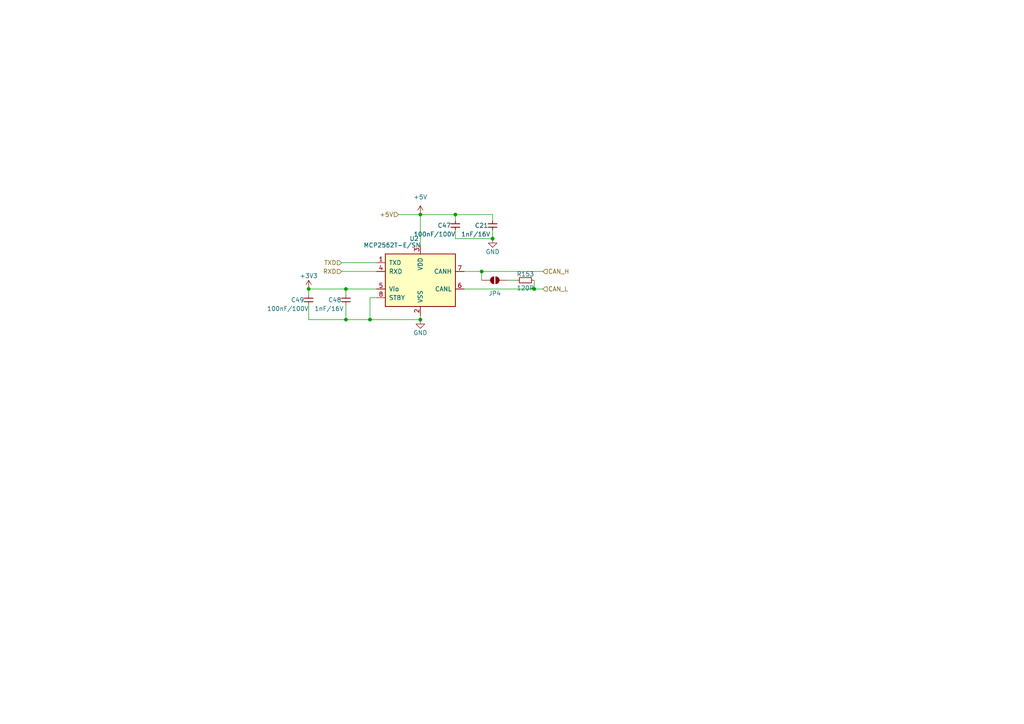
<source format=kicad_sch>
(kicad_sch
	(version 20250114)
	(generator "eeschema")
	(generator_version "9.0")
	(uuid "54d99f00-ccf1-47ca-82dc-6abcb3aa298d")
	(paper "A4")
	(title_block
		(date "2023-10-19")
		(rev "V0.1")
		(company "teTra")
	)
	(lib_symbols
		(symbol "Library:+3.3V-power-BMS-Master-rescue"
			(power)
			(pin_names
				(offset 0)
			)
			(exclude_from_sim no)
			(in_bom yes)
			(on_board yes)
			(property "Reference" "#PWR"
				(at 0 -3.81 0)
				(effects
					(font
						(size 1.27 1.27)
					)
					(hide yes)
				)
			)
			(property "Value" "+3.3V-power-BMS-Master-rescue"
				(at 0 3.556 0)
				(effects
					(font
						(size 1.27 1.27)
					)
				)
			)
			(property "Footprint" ""
				(at 0 0 0)
				(effects
					(font
						(size 1.27 1.27)
					)
					(hide yes)
				)
			)
			(property "Datasheet" ""
				(at 0 0 0)
				(effects
					(font
						(size 1.27 1.27)
					)
					(hide yes)
				)
			)
			(property "Description" ""
				(at 0 0 0)
				(effects
					(font
						(size 1.27 1.27)
					)
					(hide yes)
				)
			)
			(symbol "+3.3V-power-BMS-Master-rescue_0_1"
				(polyline
					(pts
						(xy -0.762 1.27) (xy 0 2.54)
					)
					(stroke
						(width 0)
						(type solid)
					)
					(fill
						(type none)
					)
				)
				(polyline
					(pts
						(xy 0 2.54) (xy 0.762 1.27)
					)
					(stroke
						(width 0)
						(type solid)
					)
					(fill
						(type none)
					)
				)
				(polyline
					(pts
						(xy 0 0) (xy 0 2.54)
					)
					(stroke
						(width 0)
						(type solid)
					)
					(fill
						(type none)
					)
				)
			)
			(symbol "+3.3V-power-BMS-Master-rescue_1_1"
				(pin power_in line
					(at 0 0 90)
					(length 0)
					(hide yes)
					(name "+3V3"
						(effects
							(font
								(size 1.27 1.27)
							)
						)
					)
					(number "1"
						(effects
							(font
								(size 1.27 1.27)
							)
						)
					)
				)
			)
			(embedded_fonts no)
		)
		(symbol "Library:+5V"
			(power)
			(pin_names
				(offset 0)
			)
			(exclude_from_sim no)
			(in_bom yes)
			(on_board yes)
			(property "Reference" "#PWR"
				(at 0 -3.81 0)
				(effects
					(font
						(size 1.27 1.27)
					)
					(hide yes)
				)
			)
			(property "Value" "+5V"
				(at 0 3.556 0)
				(effects
					(font
						(size 1.27 1.27)
					)
				)
			)
			(property "Footprint" ""
				(at 0 0 0)
				(effects
					(font
						(size 1.27 1.27)
					)
					(hide yes)
				)
			)
			(property "Datasheet" ""
				(at 0 0 0)
				(effects
					(font
						(size 1.27 1.27)
					)
					(hide yes)
				)
			)
			(property "Description" "Power symbol creates a global label with name \"+5V\""
				(at 0 0 0)
				(effects
					(font
						(size 1.27 1.27)
					)
					(hide yes)
				)
			)
			(property "ki_keywords" "global power"
				(at 0 0 0)
				(effects
					(font
						(size 1.27 1.27)
					)
					(hide yes)
				)
			)
			(symbol "+5V_0_1"
				(polyline
					(pts
						(xy -0.762 1.27) (xy 0 2.54)
					)
					(stroke
						(width 0)
						(type default)
					)
					(fill
						(type none)
					)
				)
				(polyline
					(pts
						(xy 0 2.54) (xy 0.762 1.27)
					)
					(stroke
						(width 0)
						(type default)
					)
					(fill
						(type none)
					)
				)
				(polyline
					(pts
						(xy 0 0) (xy 0 2.54)
					)
					(stroke
						(width 0)
						(type default)
					)
					(fill
						(type none)
					)
				)
			)
			(symbol "+5V_1_1"
				(pin power_in line
					(at 0 0 90)
					(length 0)
					(hide yes)
					(name "+5V"
						(effects
							(font
								(size 1.27 1.27)
							)
						)
					)
					(number "1"
						(effects
							(font
								(size 1.27 1.27)
							)
						)
					)
				)
			)
			(embedded_fonts no)
		)
		(symbol "Library:C"
			(pin_numbers
				(hide yes)
			)
			(pin_names
				(offset 0.254)
			)
			(exclude_from_sim no)
			(in_bom yes)
			(on_board yes)
			(property "Reference" "C"
				(at 0.635 2.54 0)
				(effects
					(font
						(size 1.27 1.27)
					)
					(justify left)
				)
			)
			(property "Value" "C"
				(at 0.635 -2.54 0)
				(effects
					(font
						(size 1.27 1.27)
					)
					(justify left)
				)
			)
			(property "Footprint" ""
				(at 0.9652 -3.81 0)
				(effects
					(font
						(size 1.27 1.27)
					)
					(hide yes)
				)
			)
			(property "Datasheet" "~"
				(at 0 0 0)
				(effects
					(font
						(size 1.27 1.27)
					)
					(hide yes)
				)
			)
			(property "Description" "Unpolarized capacitor"
				(at 0 0 0)
				(effects
					(font
						(size 1.27 1.27)
					)
					(hide yes)
				)
			)
			(property "ki_keywords" "cap capacitor"
				(at 0 0 0)
				(effects
					(font
						(size 1.27 1.27)
					)
					(hide yes)
				)
			)
			(property "ki_fp_filters" "C_*"
				(at 0 0 0)
				(effects
					(font
						(size 1.27 1.27)
					)
					(hide yes)
				)
			)
			(symbol "C_1_1"
				(polyline
					(pts
						(xy -1.27 0.508) (xy 1.27 0.508)
					)
					(stroke
						(width 0.254)
						(type default)
					)
					(fill
						(type none)
					)
				)
				(polyline
					(pts
						(xy -1.27 -0.508) (xy 1.27 -0.508)
					)
					(stroke
						(width 0.254)
						(type default)
					)
					(fill
						(type none)
					)
				)
				(pin passive line
					(at 0 1.27 270)
					(length 0.762)
					(name "~"
						(effects
							(font
								(size 1.27 1.27)
							)
						)
					)
					(number "1"
						(effects
							(font
								(size 1.27 1.27)
							)
						)
					)
				)
				(pin passive line
					(at 0 -1.27 90)
					(length 0.762)
					(name "~"
						(effects
							(font
								(size 1.27 1.27)
							)
						)
					)
					(number "2"
						(effects
							(font
								(size 1.27 1.27)
							)
						)
					)
				)
			)
			(embedded_fonts no)
		)
		(symbol "Library:GND"
			(power)
			(pin_names
				(offset 0)
			)
			(exclude_from_sim no)
			(in_bom yes)
			(on_board yes)
			(property "Reference" "#PWR"
				(at 0 -6.35 0)
				(effects
					(font
						(size 1.27 1.27)
					)
					(hide yes)
				)
			)
			(property "Value" "GND"
				(at 0 -3.81 0)
				(effects
					(font
						(size 1.27 1.27)
					)
				)
			)
			(property "Footprint" ""
				(at 0 0 0)
				(effects
					(font
						(size 1.27 1.27)
					)
					(hide yes)
				)
			)
			(property "Datasheet" ""
				(at 0 0 0)
				(effects
					(font
						(size 1.27 1.27)
					)
					(hide yes)
				)
			)
			(property "Description" "Power symbol creates a global label with name \"GND\" , ground"
				(at 0 0 0)
				(effects
					(font
						(size 1.27 1.27)
					)
					(hide yes)
				)
			)
			(property "ki_keywords" "global power"
				(at 0 0 0)
				(effects
					(font
						(size 1.27 1.27)
					)
					(hide yes)
				)
			)
			(symbol "GND_0_1"
				(polyline
					(pts
						(xy 0 0) (xy 0 -1.27) (xy 1.27 -1.27) (xy 0 -2.54) (xy -1.27 -1.27) (xy 0 -1.27)
					)
					(stroke
						(width 0)
						(type default)
					)
					(fill
						(type none)
					)
				)
			)
			(symbol "GND_1_1"
				(pin power_in line
					(at 0 0 270)
					(length 0)
					(hide yes)
					(name "GND"
						(effects
							(font
								(size 1.27 1.27)
							)
						)
					)
					(number "1"
						(effects
							(font
								(size 1.27 1.27)
							)
						)
					)
				)
			)
			(embedded_fonts no)
		)
		(symbol "Library:MCP2562-E-SN"
			(pin_names
				(offset 1.016)
			)
			(exclude_from_sim no)
			(in_bom yes)
			(on_board yes)
			(property "Reference" "U"
				(at -10.16 8.89 0)
				(effects
					(font
						(size 1.27 1.27)
					)
					(justify left)
				)
			)
			(property "Value" "MCP2562-E-SN"
				(at 2.54 8.89 0)
				(effects
					(font
						(size 1.27 1.27)
					)
					(justify left)
				)
			)
			(property "Footprint" "Package_SO:SOIC-8_3.9x4.9mm_P1.27mm"
				(at 0 -12.7 0)
				(effects
					(font
						(size 1.27 1.27)
						(italic yes)
					)
					(hide yes)
				)
			)
			(property "Datasheet" "http://ww1.microchip.com/downloads/en/DeviceDoc/25167A.pdf"
				(at 0 0 0)
				(effects
					(font
						(size 1.27 1.27)
					)
					(hide yes)
				)
			)
			(property "Description" "High-Speed CAN Transceiver, 1Mbps, 5V supply, Vio pin, -40C to +125C, SOIC-8"
				(at 0 0 0)
				(effects
					(font
						(size 1.27 1.27)
					)
					(hide yes)
				)
			)
			(property "ki_keywords" "High-Speed CAN Transceiver"
				(at 0 0 0)
				(effects
					(font
						(size 1.27 1.27)
					)
					(hide yes)
				)
			)
			(property "ki_fp_filters" "SOIC*3.9x4.9mm*P1.27mm*"
				(at 0 0 0)
				(effects
					(font
						(size 1.27 1.27)
					)
					(hide yes)
				)
			)
			(symbol "MCP2562-E-SN_0_1"
				(rectangle
					(start -10.16 7.62)
					(end 10.16 -7.62)
					(stroke
						(width 0.254)
						(type default)
					)
					(fill
						(type background)
					)
				)
			)
			(symbol "MCP2562-E-SN_1_1"
				(pin input line
					(at -12.7 5.08 0)
					(length 2.54)
					(name "TXD"
						(effects
							(font
								(size 1.27 1.27)
							)
						)
					)
					(number "1"
						(effects
							(font
								(size 1.27 1.27)
							)
						)
					)
				)
				(pin output line
					(at -12.7 2.54 0)
					(length 2.54)
					(name "RXD"
						(effects
							(font
								(size 1.27 1.27)
							)
						)
					)
					(number "4"
						(effects
							(font
								(size 1.27 1.27)
							)
						)
					)
				)
				(pin power_in line
					(at -12.7 -2.54 0)
					(length 2.54)
					(name "Vio"
						(effects
							(font
								(size 1.27 1.27)
							)
						)
					)
					(number "5"
						(effects
							(font
								(size 1.27 1.27)
							)
						)
					)
				)
				(pin input line
					(at -12.7 -5.08 0)
					(length 2.54)
					(name "STBY"
						(effects
							(font
								(size 1.27 1.27)
							)
						)
					)
					(number "8"
						(effects
							(font
								(size 1.27 1.27)
							)
						)
					)
				)
				(pin power_in line
					(at 0 10.16 270)
					(length 2.54)
					(name "VDD"
						(effects
							(font
								(size 1.27 1.27)
							)
						)
					)
					(number "3"
						(effects
							(font
								(size 1.27 1.27)
							)
						)
					)
				)
				(pin power_in line
					(at 0 -10.16 90)
					(length 2.54)
					(name "VSS"
						(effects
							(font
								(size 1.27 1.27)
							)
						)
					)
					(number "2"
						(effects
							(font
								(size 1.27 1.27)
							)
						)
					)
				)
				(pin bidirectional line
					(at 12.7 2.54 180)
					(length 2.54)
					(name "CANH"
						(effects
							(font
								(size 1.27 1.27)
							)
						)
					)
					(number "7"
						(effects
							(font
								(size 1.27 1.27)
							)
						)
					)
				)
				(pin bidirectional line
					(at 12.7 -2.54 180)
					(length 2.54)
					(name "CANL"
						(effects
							(font
								(size 1.27 1.27)
							)
						)
					)
					(number "6"
						(effects
							(font
								(size 1.27 1.27)
							)
						)
					)
				)
			)
			(embedded_fonts no)
		)
		(symbol "Library:R_Small"
			(pin_numbers
				(hide yes)
			)
			(pin_names
				(offset 0.254)
				(hide yes)
			)
			(exclude_from_sim no)
			(in_bom yes)
			(on_board yes)
			(property "Reference" "R"
				(at 0.762 0.508 0)
				(effects
					(font
						(size 1.27 1.27)
					)
					(justify left)
				)
			)
			(property "Value" "R_Small"
				(at 0.762 -1.016 0)
				(effects
					(font
						(size 1.27 1.27)
					)
					(justify left)
				)
			)
			(property "Footprint" ""
				(at 0 0 0)
				(effects
					(font
						(size 1.27 1.27)
					)
					(hide yes)
				)
			)
			(property "Datasheet" "~"
				(at 0 0 0)
				(effects
					(font
						(size 1.27 1.27)
					)
					(hide yes)
				)
			)
			(property "Description" "Resistor, small symbol"
				(at 0 0 0)
				(effects
					(font
						(size 1.27 1.27)
					)
					(hide yes)
				)
			)
			(property "ki_keywords" "R resistor"
				(at 0 0 0)
				(effects
					(font
						(size 1.27 1.27)
					)
					(hide yes)
				)
			)
			(property "ki_fp_filters" "R_*"
				(at 0 0 0)
				(effects
					(font
						(size 1.27 1.27)
					)
					(hide yes)
				)
			)
			(symbol "R_Small_0_1"
				(rectangle
					(start -0.762 1.778)
					(end 0.762 -1.778)
					(stroke
						(width 0.2032)
						(type default)
					)
					(fill
						(type none)
					)
				)
			)
			(symbol "R_Small_1_1"
				(pin passive line
					(at 0 2.54 270)
					(length 0.762)
					(name "~"
						(effects
							(font
								(size 1.27 1.27)
							)
						)
					)
					(number "1"
						(effects
							(font
								(size 1.27 1.27)
							)
						)
					)
				)
				(pin passive line
					(at 0 -2.54 90)
					(length 0.762)
					(name "~"
						(effects
							(font
								(size 1.27 1.27)
							)
						)
					)
					(number "2"
						(effects
							(font
								(size 1.27 1.27)
							)
						)
					)
				)
			)
			(embedded_fonts no)
		)
		(symbol "Library:SolderJumper_2_Open"
			(pin_numbers
				(hide yes)
			)
			(pin_names
				(offset 0)
				(hide yes)
			)
			(exclude_from_sim yes)
			(in_bom no)
			(on_board yes)
			(property "Reference" "JP"
				(at 0 2.032 0)
				(effects
					(font
						(size 1.27 1.27)
					)
				)
			)
			(property "Value" "SolderJumper_2_Open"
				(at 0 -2.54 0)
				(effects
					(font
						(size 1.27 1.27)
					)
				)
			)
			(property "Footprint" ""
				(at 0 0 0)
				(effects
					(font
						(size 1.27 1.27)
					)
					(hide yes)
				)
			)
			(property "Datasheet" "~"
				(at 0 0 0)
				(effects
					(font
						(size 1.27 1.27)
					)
					(hide yes)
				)
			)
			(property "Description" "Solder Jumper, 2-pole, open"
				(at 0 0 0)
				(effects
					(font
						(size 1.27 1.27)
					)
					(hide yes)
				)
			)
			(property "ki_keywords" "solder jumper SPST"
				(at 0 0 0)
				(effects
					(font
						(size 1.27 1.27)
					)
					(hide yes)
				)
			)
			(property "ki_fp_filters" "SolderJumper*Open*"
				(at 0 0 0)
				(effects
					(font
						(size 1.27 1.27)
					)
					(hide yes)
				)
			)
			(symbol "SolderJumper_2_Open_0_1"
				(polyline
					(pts
						(xy -0.254 1.016) (xy -0.254 -1.016)
					)
					(stroke
						(width 0)
						(type default)
					)
					(fill
						(type none)
					)
				)
				(arc
					(start -0.254 -1.016)
					(mid -1.2656 0)
					(end -0.254 1.016)
					(stroke
						(width 0)
						(type default)
					)
					(fill
						(type none)
					)
				)
				(arc
					(start -0.254 -1.016)
					(mid -1.2656 0)
					(end -0.254 1.016)
					(stroke
						(width 0)
						(type default)
					)
					(fill
						(type outline)
					)
				)
				(arc
					(start 0.254 1.016)
					(mid 1.2656 0)
					(end 0.254 -1.016)
					(stroke
						(width 0)
						(type default)
					)
					(fill
						(type none)
					)
				)
				(arc
					(start 0.254 1.016)
					(mid 1.2656 0)
					(end 0.254 -1.016)
					(stroke
						(width 0)
						(type default)
					)
					(fill
						(type outline)
					)
				)
				(polyline
					(pts
						(xy 0.254 1.016) (xy 0.254 -1.016)
					)
					(stroke
						(width 0)
						(type default)
					)
					(fill
						(type none)
					)
				)
			)
			(symbol "SolderJumper_2_Open_1_1"
				(pin passive line
					(at -3.81 0 0)
					(length 2.54)
					(name "A"
						(effects
							(font
								(size 1.27 1.27)
							)
						)
					)
					(number "1"
						(effects
							(font
								(size 1.27 1.27)
							)
						)
					)
				)
				(pin passive line
					(at 3.81 0 180)
					(length 2.54)
					(name "B"
						(effects
							(font
								(size 1.27 1.27)
							)
						)
					)
					(number "2"
						(effects
							(font
								(size 1.27 1.27)
							)
						)
					)
				)
			)
			(embedded_fonts no)
		)
	)
	(junction
		(at 121.92 62.23)
		(diameter 0)
		(color 0 0 0 0)
		(uuid "1c421020-6033-4f9b-aab8-ae1c32aeb0fe")
	)
	(junction
		(at 139.7 78.74)
		(diameter 0)
		(color 0 0 0 0)
		(uuid "1d35e5d8-7dea-4c57-be31-34163705c004")
	)
	(junction
		(at 100.33 92.71)
		(diameter 0)
		(color 0 0 0 0)
		(uuid "40e55297-1daf-49bc-b8d7-968eab10101e")
	)
	(junction
		(at 89.535 83.82)
		(diameter 0)
		(color 0 0 0 0)
		(uuid "54724f71-cc42-4606-a2eb-603512af6e80")
	)
	(junction
		(at 154.94 83.82)
		(diameter 0)
		(color 0 0 0 0)
		(uuid "5640f3f7-aa84-4f3d-9ad5-c6b1ae424e4b")
	)
	(junction
		(at 100.33 83.82)
		(diameter 0)
		(color 0 0 0 0)
		(uuid "6890b815-cc35-452a-8910-5cf8b14e86f5")
	)
	(junction
		(at 132.08 62.23)
		(diameter 0)
		(color 0 0 0 0)
		(uuid "71bfcb57-1765-46e9-bde1-b00de8b2aac8")
	)
	(junction
		(at 107.315 92.71)
		(diameter 0)
		(color 0 0 0 0)
		(uuid "94abd6c5-676d-4953-8d5a-19bc8e3313b1")
	)
	(junction
		(at 121.92 92.71)
		(diameter 0)
		(color 0 0 0 0)
		(uuid "a51358e7-15da-4f04-a6a1-756aa6f13fda")
	)
	(junction
		(at 142.875 69.215)
		(diameter 0)
		(color 0 0 0 0)
		(uuid "fc36f5b7-9974-4985-926e-1660941963fa")
	)
	(wire
		(pts
			(xy 107.315 86.36) (xy 109.22 86.36)
		)
		(stroke
			(width 0)
			(type default)
		)
		(uuid "026b7e80-1e36-45a4-8075-9a3d9c815e83")
	)
	(wire
		(pts
			(xy 139.7 78.74) (xy 157.48 78.74)
		)
		(stroke
			(width 0)
			(type default)
		)
		(uuid "082e3eca-19e8-4d05-bb5e-ab57bb6001df")
	)
	(wire
		(pts
			(xy 121.92 91.44) (xy 121.92 92.71)
		)
		(stroke
			(width 0)
			(type default)
		)
		(uuid "1a3d97fa-3ad6-4258-a6f4-9672109b51a4")
	)
	(wire
		(pts
			(xy 121.92 62.23) (xy 121.92 71.12)
		)
		(stroke
			(width 0)
			(type default)
		)
		(uuid "1ee51ec2-13fb-4fcf-9edf-76d9f7f83218")
	)
	(wire
		(pts
			(xy 142.875 69.215) (xy 132.08 69.215)
		)
		(stroke
			(width 0)
			(type default)
		)
		(uuid "2b2a7f3f-b2a2-44de-bc9a-aab47da6bd48")
	)
	(wire
		(pts
			(xy 99.06 78.74) (xy 109.22 78.74)
		)
		(stroke
			(width 0)
			(type default)
		)
		(uuid "3af54e30-7acf-4aeb-8e93-29ac7650fbad")
	)
	(wire
		(pts
			(xy 89.535 83.82) (xy 89.535 85.725)
		)
		(stroke
			(width 0)
			(type default)
		)
		(uuid "4a79fd32-df28-417d-87c8-2e1af6181a74")
	)
	(wire
		(pts
			(xy 149.86 81.28) (xy 147.32 81.28)
		)
		(stroke
			(width 0)
			(type default)
		)
		(uuid "4fac883a-25e3-47f7-8154-52bc61356bfa")
	)
	(wire
		(pts
			(xy 100.33 88.265) (xy 100.33 92.71)
		)
		(stroke
			(width 0)
			(type default)
		)
		(uuid "529bb3f3-20ff-4741-a486-b55cdf9648d4")
	)
	(wire
		(pts
			(xy 154.94 83.82) (xy 157.48 83.82)
		)
		(stroke
			(width 0)
			(type default)
		)
		(uuid "615aebec-ec12-4f72-9986-33d7812fcb97")
	)
	(wire
		(pts
			(xy 115.57 62.23) (xy 121.92 62.23)
		)
		(stroke
			(width 0)
			(type default)
		)
		(uuid "770a934b-be18-4ec3-8b26-c923dd4ce5e8")
	)
	(wire
		(pts
			(xy 134.62 83.82) (xy 154.94 83.82)
		)
		(stroke
			(width 0)
			(type default)
		)
		(uuid "79be0584-7945-45f7-869f-18fdcaecbe10")
	)
	(wire
		(pts
			(xy 132.08 62.23) (xy 142.875 62.23)
		)
		(stroke
			(width 0)
			(type default)
		)
		(uuid "892e10ba-5f29-4dfc-952c-0a9c2dc2cc8f")
	)
	(wire
		(pts
			(xy 132.08 66.675) (xy 132.08 69.215)
		)
		(stroke
			(width 0)
			(type default)
		)
		(uuid "89c1a1cb-3e52-44be-a817-fd14b5cc34d1")
	)
	(wire
		(pts
			(xy 89.535 88.265) (xy 89.535 92.71)
		)
		(stroke
			(width 0)
			(type default)
		)
		(uuid "8b112ac2-e2a7-4403-9609-37d63dc13bdb")
	)
	(wire
		(pts
			(xy 100.33 83.82) (xy 89.535 83.82)
		)
		(stroke
			(width 0)
			(type default)
		)
		(uuid "8f036303-ae37-42d6-81f0-342a990770ec")
	)
	(wire
		(pts
			(xy 142.875 62.23) (xy 142.875 64.135)
		)
		(stroke
			(width 0)
			(type default)
		)
		(uuid "9e3e3ffb-81d3-42da-a2e5-6988c8fa62ae")
	)
	(wire
		(pts
			(xy 142.875 66.675) (xy 142.875 69.215)
		)
		(stroke
			(width 0)
			(type default)
		)
		(uuid "aaba4532-f2f9-48ce-8f02-6968c156d9eb")
	)
	(wire
		(pts
			(xy 139.7 78.74) (xy 139.7 81.28)
		)
		(stroke
			(width 0)
			(type default)
		)
		(uuid "b516f2ef-d004-4cda-ad34-d69c245a0d56")
	)
	(wire
		(pts
			(xy 100.33 83.82) (xy 100.33 85.725)
		)
		(stroke
			(width 0)
			(type default)
		)
		(uuid "b683a242-f0c7-4821-9b5a-1a7a4a6c0839")
	)
	(wire
		(pts
			(xy 121.92 92.71) (xy 107.315 92.71)
		)
		(stroke
			(width 0)
			(type default)
		)
		(uuid "b8e5e96a-2981-42de-b4b5-ddd339cebe0c")
	)
	(wire
		(pts
			(xy 132.08 62.23) (xy 132.08 64.135)
		)
		(stroke
			(width 0)
			(type default)
		)
		(uuid "b9d9e8bc-1749-471f-8946-6598911455e8")
	)
	(wire
		(pts
			(xy 107.315 92.71) (xy 107.315 86.36)
		)
		(stroke
			(width 0)
			(type default)
		)
		(uuid "ce78b296-a918-4232-844e-93afd6c22ee8")
	)
	(wire
		(pts
			(xy 154.94 81.28) (xy 154.94 83.82)
		)
		(stroke
			(width 0)
			(type default)
		)
		(uuid "dca675d9-385f-4f31-bb6b-2777b68ba8e5")
	)
	(wire
		(pts
			(xy 109.22 83.82) (xy 100.33 83.82)
		)
		(stroke
			(width 0)
			(type default)
		)
		(uuid "e3b6a918-c296-4f75-a4ae-df81111644af")
	)
	(wire
		(pts
			(xy 100.33 92.71) (xy 89.535 92.71)
		)
		(stroke
			(width 0)
			(type default)
		)
		(uuid "e4a5e54c-f8f1-4109-869d-56f3ffe7a1b1")
	)
	(wire
		(pts
			(xy 99.06 76.2) (xy 109.22 76.2)
		)
		(stroke
			(width 0)
			(type default)
		)
		(uuid "f2e1cb35-95d1-46db-81df-9f104d04fa3e")
	)
	(wire
		(pts
			(xy 134.62 78.74) (xy 139.7 78.74)
		)
		(stroke
			(width 0)
			(type default)
		)
		(uuid "fe814c8d-9f25-4b19-9953-255906d71270")
	)
	(wire
		(pts
			(xy 132.08 62.23) (xy 121.92 62.23)
		)
		(stroke
			(width 0)
			(type default)
		)
		(uuid "fe85bd18-138f-4846-8ebd-486887c34ece")
	)
	(wire
		(pts
			(xy 107.315 92.71) (xy 100.33 92.71)
		)
		(stroke
			(width 0)
			(type default)
		)
		(uuid "fe87ab5d-d443-45f0-aea2-f46940b86f85")
	)
	(hierarchical_label "+5V"
		(shape input)
		(at 115.57 62.23 180)
		(effects
			(font
				(size 1.27 1.27)
			)
			(justify right)
		)
		(uuid "04dff041-1682-4a78-ad8d-3c0ffb64dbf8")
	)
	(hierarchical_label "CAN_L"
		(shape input)
		(at 157.48 83.82 0)
		(effects
			(font
				(size 1.27 1.27)
			)
			(justify left)
		)
		(uuid "0e5e15da-3a3c-4b52-b44a-57f98ff1ef10")
	)
	(hierarchical_label "TXD"
		(shape input)
		(at 99.06 76.2 180)
		(effects
			(font
				(size 1.27 1.27)
			)
			(justify right)
		)
		(uuid "7c0387b3-89d0-4b93-b2fb-49bdf0f7841d")
	)
	(hierarchical_label "RXD"
		(shape input)
		(at 99.06 78.74 180)
		(effects
			(font
				(size 1.27 1.27)
			)
			(justify right)
		)
		(uuid "a5fd9fea-723e-45e0-9dc5-80081d303642")
	)
	(hierarchical_label "CAN_H"
		(shape input)
		(at 157.48 78.74 0)
		(effects
			(font
				(size 1.27 1.27)
			)
			(justify left)
		)
		(uuid "c72db354-e051-4e22-8f89-5e7bff2abdc5")
	)
	(symbol
		(lib_id "Library:GND")
		(at 121.92 92.71 0)
		(mirror y)
		(unit 1)
		(exclude_from_sim no)
		(in_bom yes)
		(on_board yes)
		(dnp no)
		(uuid "04a872f1-1059-4f5a-93ba-a5baa4810dce")
		(property "Reference" "#PWR063"
			(at 121.92 99.06 0)
			(effects
				(font
					(size 1.27 1.27)
				)
				(hide yes)
			)
		)
		(property "Value" "GND"
			(at 121.92 96.52 0)
			(effects
				(font
					(size 1.27 1.27)
				)
			)
		)
		(property "Footprint" ""
			(at 121.92 92.71 0)
			(effects
				(font
					(size 1.27 1.27)
				)
				(hide yes)
			)
		)
		(property "Datasheet" ""
			(at 121.92 92.71 0)
			(effects
				(font
					(size 1.27 1.27)
				)
				(hide yes)
			)
		)
		(property "Description" ""
			(at 121.92 92.71 0)
			(effects
				(font
					(size 1.27 1.27)
				)
				(hide yes)
			)
		)
		(pin "1"
			(uuid "19e1dce7-20fe-457e-ace9-3c3eceec2e22")
		)
		(instances
			(project "LTC6811_ESP32_V5"
				(path "/6a86ff6f-b159-4c4c-8a40-e732cc82e010/00000000-0000-0000-0000-00005a91e16c"
					(reference "#PWR063")
					(unit 1)
				)
			)
		)
	)
	(symbol
		(lib_id "Library:+5V")
		(at 121.92 62.23 0)
		(mirror y)
		(unit 1)
		(exclude_from_sim no)
		(in_bom yes)
		(on_board yes)
		(dnp no)
		(fields_autoplaced yes)
		(uuid "06d099da-fc10-4f20-ba29-419d1cf00acf")
		(property "Reference" "#PWR013"
			(at 121.92 66.04 0)
			(effects
				(font
					(size 1.27 1.27)
				)
				(hide yes)
			)
		)
		(property "Value" "+5V"
			(at 121.92 57.15 0)
			(effects
				(font
					(size 1.27 1.27)
				)
			)
		)
		(property "Footprint" ""
			(at 121.92 62.23 0)
			(effects
				(font
					(size 1.27 1.27)
				)
				(hide yes)
			)
		)
		(property "Datasheet" ""
			(at 121.92 62.23 0)
			(effects
				(font
					(size 1.27 1.27)
				)
				(hide yes)
			)
		)
		(property "Description" ""
			(at 121.92 62.23 0)
			(effects
				(font
					(size 1.27 1.27)
				)
				(hide yes)
			)
		)
		(pin "1"
			(uuid "ba384a6f-608f-4e1d-8f08-ab9b8eea05f4")
		)
		(instances
			(project "LTC6811_ESP32_V5"
				(path "/6a86ff6f-b159-4c4c-8a40-e732cc82e010/00000000-0000-0000-0000-00005a91e16c"
					(reference "#PWR013")
					(unit 1)
				)
			)
		)
	)
	(symbol
		(lib_id "Library:R_Small")
		(at 152.4 81.28 270)
		(unit 1)
		(exclude_from_sim no)
		(in_bom yes)
		(on_board yes)
		(dnp no)
		(uuid "0b6fb84d-f4fb-47b1-aa94-ae960f5916ac")
		(property "Reference" "R153"
			(at 152.4 79.502 90)
			(effects
				(font
					(size 1.27 1.27)
				)
			)
		)
		(property "Value" "120R"
			(at 152.4 83.566 90)
			(effects
				(font
					(size 1.27 1.27)
				)
			)
		)
		(property "Footprint" "Resistor_SMD:R_0603_1608Metric"
			(at 152.4 79.502 90)
			(effects
				(font
					(size 1.27 1.27)
				)
				(hide yes)
			)
		)
		(property "Datasheet" "https://www.yageo.com/upload/media/product/app/datasheet/rchip/pyu-rc_group_51_rohs_l.pdf"
			(at 152.4 81.28 0)
			(effects
				(font
					(size 1.27 1.27)
				)
				(hide yes)
			)
		)
		(property "Description" "120 Ohms ±5% 0.1W, 1/10W Chip Resistor 0603 (1608 Metric) Moisture Resistant Thick Film"
			(at 152.4 81.28 0)
			(effects
				(font
					(size 1.27 1.27)
				)
				(hide yes)
			)
		)
		(property "MPN" "RC0603JR-07120RL"
			(at 152.4 81.28 0)
			(effects
				(font
					(size 1.27 1.27)
				)
				(hide yes)
			)
		)
		(property "Link" "https://www.digikey.jp/en/products/detail/yageo/RC0603JR-07120RL/726706"
			(at 152.4 81.28 0)
			(effects
				(font
					(size 1.27 1.27)
				)
				(hide yes)
			)
		)
		(pin "1"
			(uuid "2a05887c-93cc-41f8-be8e-4b75ccebbc67")
		)
		(pin "2"
			(uuid "618de080-1686-4854-873f-41406e2eabd1")
		)
		(instances
			(project "LTC6811_ESP32_V4"
				(path "/6a86ff6f-b159-4c4c-8a40-e732cc82e010/00000000-0000-0000-0000-00005a91e16c"
					(reference "R153")
					(unit 1)
				)
			)
		)
	)
	(symbol
		(lib_id "Library:C")
		(at 132.08 65.405 0)
		(mirror y)
		(unit 1)
		(exclude_from_sim no)
		(in_bom yes)
		(on_board yes)
		(dnp no)
		(uuid "1e786ef1-745a-41ce-9540-fd639562af4b")
		(property "Reference" "C47"
			(at 130.81 65.405 0)
			(effects
				(font
					(size 1.27 1.27)
				)
				(justify left)
			)
		)
		(property "Value" "100nF/100V"
			(at 132.08 67.945 0)
			(effects
				(font
					(size 1.27 1.27)
				)
				(justify left)
			)
		)
		(property "Footprint" "Capacitor_SMD:C_0603_1608Metric"
			(at 131.1148 69.215 0)
			(effects
				(font
					(size 1.27 1.27)
				)
				(hide yes)
			)
		)
		(property "Datasheet" "https://www.digikey.jp/en/products/detail/samsung-electro-mechanics/CL10B104KC8NNNC/5961291?s=N4IgTCBcDaIMIBkCMAGAQqgLAaTgDgDki4AdEkAXQF8g"
			(at 132.08 65.405 0)
			(effects
				(font
					(size 1.27 1.27)
				)
				(hide yes)
			)
		)
		(property "Description" "0.1 µF ±10% 100V Ceramic Capacitor X7R 0603 (1608 Metric)"
			(at 132.08 65.405 0)
			(effects
				(font
					(size 1.27 1.27)
				)
				(hide yes)
			)
		)
		(property "MPN" "CL10B104KC8NNNC"
			(at 132.08 65.405 0)
			(effects
				(font
					(size 1.27 1.27)
				)
				(hide yes)
			)
		)
		(property "Link" "https://www.digikey.jp/en/products/detail/samsung-electro-mechanics/CL10B104KC8NNNC/5961291?s=N4IgTCBcDaIMIBkCMAGAQqgLAaTgDgDki4QBdAXyA"
			(at 132.08 65.405 0)
			(effects
				(font
					(size 1.27 1.27)
				)
				(hide yes)
			)
		)
		(pin "1"
			(uuid "b82d8096-fb86-4b4d-bed7-b3a363c47c22")
		)
		(pin "2"
			(uuid "ca6afdd7-1b3c-4458-b58e-638d9a220dc7")
		)
		(instances
			(project "LTC6811_ESP32_V5"
				(path "/6a86ff6f-b159-4c4c-8a40-e732cc82e010/00000000-0000-0000-0000-00005a91e16c"
					(reference "C47")
					(unit 1)
				)
			)
		)
	)
	(symbol
		(lib_id "Library:C")
		(at 100.33 86.995 0)
		(mirror y)
		(unit 1)
		(exclude_from_sim no)
		(in_bom yes)
		(on_board yes)
		(dnp no)
		(uuid "29b0af52-5f08-45ad-b3fd-eef1f0c5b4b9")
		(property "Reference" "C48"
			(at 99.06 86.995 0)
			(effects
				(font
					(size 1.27 1.27)
				)
				(justify left)
			)
		)
		(property "Value" "1nF/16V"
			(at 99.695 89.535 0)
			(effects
				(font
					(size 1.27 1.27)
				)
				(justify left)
			)
		)
		(property "Footprint" "Capacitor_SMD:C_0603_1608Metric"
			(at 99.3648 90.805 0)
			(effects
				(font
					(size 1.27 1.27)
				)
				(hide yes)
			)
		)
		(property "Datasheet" "https://connect.kemet.com:7667/gateway/IntelliData-ComponentDocumentation/1.0/download/datasheet/C0603C102K4RECAUTO"
			(at 100.33 86.995 0)
			(effects
				(font
					(size 1.27 1.27)
				)
				(hide yes)
			)
		)
		(property "Description" "1000 pF ±10% 16V Ceramic Capacitor X7R 0603 (1608 Metric)"
			(at 100.33 86.995 0)
			(effects
				(font
					(size 1.27 1.27)
				)
				(hide yes)
			)
		)
		(property "MPN" "C0603C102K4RECAUTO"
			(at 100.33 86.995 0)
			(effects
				(font
					(size 1.27 1.27)
				)
				(hide yes)
			)
		)
		(property "Link" "https://www.digikey.jp/en/products/detail/kemet/C0603C102K4RECAUTO/8640472"
			(at 100.33 86.995 0)
			(effects
				(font
					(size 1.27 1.27)
				)
				(hide yes)
			)
		)
		(pin "1"
			(uuid "67892c94-ca5b-4611-b871-d3c5d4a38dcd")
		)
		(pin "2"
			(uuid "689934b8-bf01-4467-b165-7bb844a26e9a")
		)
		(instances
			(project "LTC6811_ESP32_V5"
				(path "/6a86ff6f-b159-4c4c-8a40-e732cc82e010/00000000-0000-0000-0000-00005a91e16c"
					(reference "C48")
					(unit 1)
				)
			)
		)
	)
	(symbol
		(lib_id "Library:SolderJumper_2_Open")
		(at 143.51 81.28 0)
		(unit 1)
		(exclude_from_sim yes)
		(in_bom no)
		(on_board yes)
		(dnp no)
		(uuid "3b0bee31-2111-4717-8f40-33ea0861df9f")
		(property "Reference" "JP4"
			(at 143.51 85.09 0)
			(effects
				(font
					(size 1.27 1.27)
				)
			)
		)
		(property "Value" "SolderJumper_2_Open"
			(at 143.51 77.47 0)
			(effects
				(font
					(size 1.27 1.27)
				)
				(hide yes)
			)
		)
		(property "Footprint" "Jumper:SolderJumper-2_P1.3mm_Open_RoundedPad1.0x1.5mm"
			(at 143.51 81.28 0)
			(effects
				(font
					(size 1.27 1.27)
				)
				(hide yes)
			)
		)
		(property "Datasheet" "~"
			(at 143.51 81.28 0)
			(effects
				(font
					(size 1.27 1.27)
				)
				(hide yes)
			)
		)
		(property "Description" "Solder Jumper, 2-pole, open"
			(at 143.51 81.28 0)
			(effects
				(font
					(size 1.27 1.27)
				)
				(hide yes)
			)
		)
		(pin "2"
			(uuid "c99b46cc-0226-4276-9f78-b7d3625b4473")
		)
		(pin "1"
			(uuid "e07ff3ef-7b1e-4921-8294-1c665af359db")
		)
		(instances
			(project ""
				(path "/6a86ff6f-b159-4c4c-8a40-e732cc82e010/00000000-0000-0000-0000-00005a91e16c"
					(reference "JP4")
					(unit 1)
				)
			)
		)
	)
	(symbol
		(lib_id "Library:+3.3V-power-BMS-Master-rescue")
		(at 89.535 83.82 0)
		(mirror y)
		(unit 1)
		(exclude_from_sim no)
		(in_bom yes)
		(on_board yes)
		(dnp no)
		(uuid "8948ccb1-fbe6-441c-9d71-f566ffc90b0f")
		(property "Reference" "#PWR062"
			(at 89.535 87.63 0)
			(effects
				(font
					(size 1.27 1.27)
				)
				(hide yes)
			)
		)
		(property "Value" "+3V3"
			(at 89.535 80.01 0)
			(effects
				(font
					(size 1.27 1.27)
				)
			)
		)
		(property "Footprint" ""
			(at 89.535 83.82 0)
			(effects
				(font
					(size 1.27 1.27)
				)
				(hide yes)
			)
		)
		(property "Datasheet" ""
			(at 89.535 83.82 0)
			(effects
				(font
					(size 1.27 1.27)
				)
				(hide yes)
			)
		)
		(property "Description" ""
			(at 89.535 83.82 0)
			(effects
				(font
					(size 1.27 1.27)
				)
				(hide yes)
			)
		)
		(pin "1"
			(uuid "5a2fc240-509d-4c60-89be-b489595fe155")
		)
		(instances
			(project "LTC6811_ESP32_V5"
				(path "/6a86ff6f-b159-4c4c-8a40-e732cc82e010/00000000-0000-0000-0000-00005a91e16c"
					(reference "#PWR062")
					(unit 1)
				)
			)
		)
	)
	(symbol
		(lib_id "Library:MCP2562-E-SN")
		(at 121.92 81.28 0)
		(unit 1)
		(exclude_from_sim no)
		(in_bom yes)
		(on_board yes)
		(dnp no)
		(uuid "95c449ba-55ef-48ee-8a5b-db1007610847")
		(property "Reference" "U2"
			(at 118.745 69.215 0)
			(effects
				(font
					(size 1.27 1.27)
				)
				(justify left)
			)
		)
		(property "Value" "MCP2562T-E/SN"
			(at 105.41 71.12 0)
			(effects
				(font
					(size 1.27 1.27)
				)
				(justify left)
			)
		)
		(property "Footprint" "Package_SO:SOIC-8_3.9x4.9mm_P1.27mm"
			(at 121.92 93.98 0)
			(effects
				(font
					(size 1.27 1.27)
					(italic yes)
				)
				(hide yes)
			)
		)
		(property "Datasheet" "https://ww1.microchip.com/downloads/en/DeviceDoc/20005167C.pdf"
			(at 121.92 81.28 0)
			(effects
				(font
					(size 1.27 1.27)
				)
				(hide yes)
			)
		)
		(property "Description" "1/1 Transceiver Half CANbus 8-SOIC"
			(at 121.92 81.28 0)
			(effects
				(font
					(size 1.27 1.27)
				)
				(hide yes)
			)
		)
		(property "MPN" "MCP2562T-E/SN"
			(at 121.92 81.28 0)
			(effects
				(font
					(size 1.27 1.27)
				)
				(hide yes)
			)
		)
		(property "Link" "https://www.digikey.jp/en/products/detail/microchip-technology/MCP2562T-E-SN/4079891"
			(at 121.92 81.28 0)
			(effects
				(font
					(size 1.27 1.27)
				)
				(hide yes)
			)
		)
		(pin "1"
			(uuid "f3dd1e6e-0e04-490c-a137-b9bdbf638b30")
		)
		(pin "2"
			(uuid "9d72cfeb-1a8d-4cf8-ac17-3a2b102a6d7f")
		)
		(pin "3"
			(uuid "4bfaada9-04a4-4c21-afb6-ac990849c7fb")
		)
		(pin "4"
			(uuid "cc9c44d1-87ce-4ca0-96bf-2895d16e094a")
		)
		(pin "5"
			(uuid "53a819af-e195-4087-ac3b-420d7d5f198e")
		)
		(pin "6"
			(uuid "cff18de4-d42d-49db-831f-6217f446e663")
		)
		(pin "7"
			(uuid "f468db81-bbab-4a5f-b4fd-ea4b6e8bd50d")
		)
		(pin "8"
			(uuid "4d9d4356-accb-40e1-abc9-6f1da7830126")
		)
		(instances
			(project "LTC6811_ESP32_V5"
				(path "/6a86ff6f-b159-4c4c-8a40-e732cc82e010/00000000-0000-0000-0000-00005a91e16c"
					(reference "U2")
					(unit 1)
				)
			)
		)
	)
	(symbol
		(lib_id "Library:GND")
		(at 142.875 69.215 0)
		(unit 1)
		(exclude_from_sim no)
		(in_bom yes)
		(on_board yes)
		(dnp no)
		(uuid "a912aa8e-4ea7-43be-b7a4-60e714ccd9e5")
		(property "Reference" "#PWR061"
			(at 142.875 75.565 0)
			(effects
				(font
					(size 1.27 1.27)
				)
				(hide yes)
			)
		)
		(property "Value" "GND"
			(at 142.875 73.025 0)
			(effects
				(font
					(size 1.27 1.27)
				)
			)
		)
		(property "Footprint" ""
			(at 142.875 69.215 0)
			(effects
				(font
					(size 1.27 1.27)
				)
				(hide yes)
			)
		)
		(property "Datasheet" ""
			(at 142.875 69.215 0)
			(effects
				(font
					(size 1.27 1.27)
				)
				(hide yes)
			)
		)
		(property "Description" ""
			(at 142.875 69.215 0)
			(effects
				(font
					(size 1.27 1.27)
				)
				(hide yes)
			)
		)
		(pin "1"
			(uuid "53929f4d-835f-4555-92e3-4b7fec7c4fdb")
		)
		(instances
			(project "LTC6811_ESP32_V5"
				(path "/6a86ff6f-b159-4c4c-8a40-e732cc82e010/00000000-0000-0000-0000-00005a91e16c"
					(reference "#PWR061")
					(unit 1)
				)
			)
		)
	)
	(symbol
		(lib_id "Library:C")
		(at 89.535 86.995 0)
		(mirror y)
		(unit 1)
		(exclude_from_sim no)
		(in_bom yes)
		(on_board yes)
		(dnp no)
		(uuid "b4c1d937-91f5-4fed-88d8-05d2d37c8058")
		(property "Reference" "C49"
			(at 88.265 86.995 0)
			(effects
				(font
					(size 1.27 1.27)
				)
				(justify left)
			)
		)
		(property "Value" "100nF/100V"
			(at 89.535 89.535 0)
			(effects
				(font
					(size 1.27 1.27)
				)
				(justify left)
			)
		)
		(property "Footprint" "Capacitor_SMD:C_0603_1608Metric"
			(at 88.5698 90.805 0)
			(effects
				(font
					(size 1.27 1.27)
				)
				(hide yes)
			)
		)
		(property "Datasheet" "https://www.digikey.jp/en/products/detail/samsung-electro-mechanics/CL10B104KC8NNNC/5961291?s=N4IgTCBcDaIMIBkCMAGAQqgLAaTgDgDki4AdEkAXQF8g"
			(at 89.535 86.995 0)
			(effects
				(font
					(size 1.27 1.27)
				)
				(hide yes)
			)
		)
		(property "Description" "0.1 µF ±10% 100V Ceramic Capacitor X7R 0603 (1608 Metric)"
			(at 89.535 86.995 0)
			(effects
				(font
					(size 1.27 1.27)
				)
				(hide yes)
			)
		)
		(property "MPN" "CL10B104KC8NNNC"
			(at 89.535 86.995 0)
			(effects
				(font
					(size 1.27 1.27)
				)
				(hide yes)
			)
		)
		(property "Link" "https://www.digikey.jp/en/products/detail/samsung-electro-mechanics/CL10B104KC8NNNC/5961291?s=N4IgTCBcDaIMIBkCMAGAQqgLAaTgDgDki4QBdAXyA"
			(at 89.535 86.995 0)
			(effects
				(font
					(size 1.27 1.27)
				)
				(hide yes)
			)
		)
		(pin "1"
			(uuid "f730ae67-6dc0-42f6-8689-89d750f85e51")
		)
		(pin "2"
			(uuid "9d988dff-a44d-4d00-aa2f-dca65c96199e")
		)
		(instances
			(project "LTC6811_ESP32_V5"
				(path "/6a86ff6f-b159-4c4c-8a40-e732cc82e010/00000000-0000-0000-0000-00005a91e16c"
					(reference "C49")
					(unit 1)
				)
			)
		)
	)
	(symbol
		(lib_id "Library:C")
		(at 142.875 65.405 0)
		(mirror y)
		(unit 1)
		(exclude_from_sim no)
		(in_bom yes)
		(on_board yes)
		(dnp no)
		(uuid "d1aaee68-52e1-49e3-8caa-c6995a907917")
		(property "Reference" "C21"
			(at 141.605 65.405 0)
			(effects
				(font
					(size 1.27 1.27)
				)
				(justify left)
			)
		)
		(property "Value" "1nF/16V"
			(at 142.24 67.945 0)
			(effects
				(font
					(size 1.27 1.27)
				)
				(justify left)
			)
		)
		(property "Footprint" "Capacitor_SMD:C_0603_1608Metric"
			(at 141.9098 69.215 0)
			(effects
				(font
					(size 1.27 1.27)
				)
				(hide yes)
			)
		)
		(property "Datasheet" "https://connect.kemet.com:7667/gateway/IntelliData-ComponentDocumentation/1.0/download/datasheet/C0603C102K4RECAUTO"
			(at 142.875 65.405 0)
			(effects
				(font
					(size 1.27 1.27)
				)
				(hide yes)
			)
		)
		(property "Description" "1000 pF ±10% 16V Ceramic Capacitor X7R 0603 (1608 Metric)"
			(at 142.875 65.405 0)
			(effects
				(font
					(size 1.27 1.27)
				)
				(hide yes)
			)
		)
		(property "MPN" "C0603C102K4RECAUTO"
			(at 142.875 65.405 0)
			(effects
				(font
					(size 1.27 1.27)
				)
				(hide yes)
			)
		)
		(property "Link" "https://www.digikey.jp/en/products/detail/kemet/C0603C102K4RECAUTO/8640472"
			(at 142.875 65.405 0)
			(effects
				(font
					(size 1.27 1.27)
				)
				(hide yes)
			)
		)
		(pin "1"
			(uuid "f8da955e-a7ee-4aa4-83fc-326d4b54a7cb")
		)
		(pin "2"
			(uuid "89afc782-390c-4845-9d81-6867811bd4e3")
		)
		(instances
			(project "LTC6811_ESP32_V5"
				(path "/6a86ff6f-b159-4c4c-8a40-e732cc82e010/00000000-0000-0000-0000-00005a91e16c"
					(reference "C21")
					(unit 1)
				)
			)
		)
	)
)

</source>
